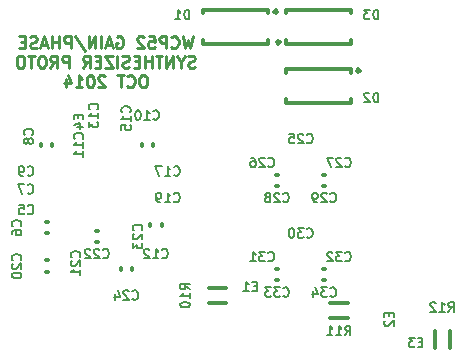
<source format=gbo>
%FSLAX46Y46*%
G04 Gerber Fmt 4.6, Leading zero omitted, Abs format (unit mm)*
G04 Created by KiCad (PCBNEW (2014-10-26 BZR 5226)-product) date Tue 28 Oct 2014 11:12:03 AM EDT*
%MOMM*%
G01*
G04 APERTURE LIST*
%ADD10C,0.100000*%
%ADD11C,0.250000*%
%ADD12C,0.350000*%
%ADD13C,0.150000*%
G04 APERTURE END LIST*
D10*
D11*
X161357143Y-70802381D02*
X161119048Y-71802381D01*
X160928571Y-71088095D01*
X160738095Y-71802381D01*
X160500000Y-70802381D01*
X159547619Y-71707143D02*
X159595238Y-71754762D01*
X159738095Y-71802381D01*
X159833333Y-71802381D01*
X159976191Y-71754762D01*
X160071429Y-71659524D01*
X160119048Y-71564286D01*
X160166667Y-71373810D01*
X160166667Y-71230952D01*
X160119048Y-71040476D01*
X160071429Y-70945238D01*
X159976191Y-70850000D01*
X159833333Y-70802381D01*
X159738095Y-70802381D01*
X159595238Y-70850000D01*
X159547619Y-70897619D01*
X159119048Y-71802381D02*
X159119048Y-70802381D01*
X158738095Y-70802381D01*
X158642857Y-70850000D01*
X158595238Y-70897619D01*
X158547619Y-70992857D01*
X158547619Y-71135714D01*
X158595238Y-71230952D01*
X158642857Y-71278571D01*
X158738095Y-71326190D01*
X159119048Y-71326190D01*
X157642857Y-70802381D02*
X158119048Y-70802381D01*
X158166667Y-71278571D01*
X158119048Y-71230952D01*
X158023810Y-71183333D01*
X157785714Y-71183333D01*
X157690476Y-71230952D01*
X157642857Y-71278571D01*
X157595238Y-71373810D01*
X157595238Y-71611905D01*
X157642857Y-71707143D01*
X157690476Y-71754762D01*
X157785714Y-71802381D01*
X158023810Y-71802381D01*
X158119048Y-71754762D01*
X158166667Y-71707143D01*
X157214286Y-70897619D02*
X157166667Y-70850000D01*
X157071429Y-70802381D01*
X156833333Y-70802381D01*
X156738095Y-70850000D01*
X156690476Y-70897619D01*
X156642857Y-70992857D01*
X156642857Y-71088095D01*
X156690476Y-71230952D01*
X157261905Y-71802381D01*
X156642857Y-71802381D01*
X154928571Y-70850000D02*
X155023809Y-70802381D01*
X155166666Y-70802381D01*
X155309524Y-70850000D01*
X155404762Y-70945238D01*
X155452381Y-71040476D01*
X155500000Y-71230952D01*
X155500000Y-71373810D01*
X155452381Y-71564286D01*
X155404762Y-71659524D01*
X155309524Y-71754762D01*
X155166666Y-71802381D01*
X155071428Y-71802381D01*
X154928571Y-71754762D01*
X154880952Y-71707143D01*
X154880952Y-71373810D01*
X155071428Y-71373810D01*
X154500000Y-71516667D02*
X154023809Y-71516667D01*
X154595238Y-71802381D02*
X154261905Y-70802381D01*
X153928571Y-71802381D01*
X153595238Y-71802381D02*
X153595238Y-70802381D01*
X153119048Y-71802381D02*
X153119048Y-70802381D01*
X152547619Y-71802381D01*
X152547619Y-70802381D01*
X151357143Y-70754762D02*
X152214286Y-72040476D01*
X151023810Y-71802381D02*
X151023810Y-70802381D01*
X150642857Y-70802381D01*
X150547619Y-70850000D01*
X150500000Y-70897619D01*
X150452381Y-70992857D01*
X150452381Y-71135714D01*
X150500000Y-71230952D01*
X150547619Y-71278571D01*
X150642857Y-71326190D01*
X151023810Y-71326190D01*
X150023810Y-71802381D02*
X150023810Y-70802381D01*
X150023810Y-71278571D02*
X149452381Y-71278571D01*
X149452381Y-71802381D02*
X149452381Y-70802381D01*
X149023810Y-71516667D02*
X148547619Y-71516667D01*
X149119048Y-71802381D02*
X148785715Y-70802381D01*
X148452381Y-71802381D01*
X148166667Y-71754762D02*
X148023810Y-71802381D01*
X147785714Y-71802381D01*
X147690476Y-71754762D01*
X147642857Y-71707143D01*
X147595238Y-71611905D01*
X147595238Y-71516667D01*
X147642857Y-71421429D01*
X147690476Y-71373810D01*
X147785714Y-71326190D01*
X147976191Y-71278571D01*
X148071429Y-71230952D01*
X148119048Y-71183333D01*
X148166667Y-71088095D01*
X148166667Y-70992857D01*
X148119048Y-70897619D01*
X148071429Y-70850000D01*
X147976191Y-70802381D01*
X147738095Y-70802381D01*
X147595238Y-70850000D01*
X147166667Y-71278571D02*
X146833333Y-71278571D01*
X146690476Y-71802381D02*
X147166667Y-71802381D01*
X147166667Y-70802381D01*
X146690476Y-70802381D01*
X161547619Y-73404762D02*
X161404762Y-73452381D01*
X161166666Y-73452381D01*
X161071428Y-73404762D01*
X161023809Y-73357143D01*
X160976190Y-73261905D01*
X160976190Y-73166667D01*
X161023809Y-73071429D01*
X161071428Y-73023810D01*
X161166666Y-72976190D01*
X161357143Y-72928571D01*
X161452381Y-72880952D01*
X161500000Y-72833333D01*
X161547619Y-72738095D01*
X161547619Y-72642857D01*
X161500000Y-72547619D01*
X161452381Y-72500000D01*
X161357143Y-72452381D01*
X161119047Y-72452381D01*
X160976190Y-72500000D01*
X160357143Y-72976190D02*
X160357143Y-73452381D01*
X160690476Y-72452381D02*
X160357143Y-72976190D01*
X160023809Y-72452381D01*
X159690476Y-73452381D02*
X159690476Y-72452381D01*
X159119047Y-73452381D01*
X159119047Y-72452381D01*
X158785714Y-72452381D02*
X158214285Y-72452381D01*
X158500000Y-73452381D02*
X158500000Y-72452381D01*
X157880952Y-73452381D02*
X157880952Y-72452381D01*
X157880952Y-72928571D02*
X157309523Y-72928571D01*
X157309523Y-73452381D02*
X157309523Y-72452381D01*
X156833333Y-72928571D02*
X156499999Y-72928571D01*
X156357142Y-73452381D02*
X156833333Y-73452381D01*
X156833333Y-72452381D01*
X156357142Y-72452381D01*
X155976190Y-73404762D02*
X155833333Y-73452381D01*
X155595237Y-73452381D01*
X155499999Y-73404762D01*
X155452380Y-73357143D01*
X155404761Y-73261905D01*
X155404761Y-73166667D01*
X155452380Y-73071429D01*
X155499999Y-73023810D01*
X155595237Y-72976190D01*
X155785714Y-72928571D01*
X155880952Y-72880952D01*
X155928571Y-72833333D01*
X155976190Y-72738095D01*
X155976190Y-72642857D01*
X155928571Y-72547619D01*
X155880952Y-72500000D01*
X155785714Y-72452381D01*
X155547618Y-72452381D01*
X155404761Y-72500000D01*
X154976190Y-73452381D02*
X154976190Y-72452381D01*
X154595238Y-72452381D02*
X153928571Y-72452381D01*
X154595238Y-73452381D01*
X153928571Y-73452381D01*
X153547619Y-72928571D02*
X153214285Y-72928571D01*
X153071428Y-73452381D02*
X153547619Y-73452381D01*
X153547619Y-72452381D01*
X153071428Y-72452381D01*
X152071428Y-73452381D02*
X152404762Y-72976190D01*
X152642857Y-73452381D02*
X152642857Y-72452381D01*
X152261904Y-72452381D01*
X152166666Y-72500000D01*
X152119047Y-72547619D01*
X152071428Y-72642857D01*
X152071428Y-72785714D01*
X152119047Y-72880952D01*
X152166666Y-72928571D01*
X152261904Y-72976190D01*
X152642857Y-72976190D01*
X150880952Y-73452381D02*
X150880952Y-72452381D01*
X150499999Y-72452381D01*
X150404761Y-72500000D01*
X150357142Y-72547619D01*
X150309523Y-72642857D01*
X150309523Y-72785714D01*
X150357142Y-72880952D01*
X150404761Y-72928571D01*
X150499999Y-72976190D01*
X150880952Y-72976190D01*
X149309523Y-73452381D02*
X149642857Y-72976190D01*
X149880952Y-73452381D02*
X149880952Y-72452381D01*
X149499999Y-72452381D01*
X149404761Y-72500000D01*
X149357142Y-72547619D01*
X149309523Y-72642857D01*
X149309523Y-72785714D01*
X149357142Y-72880952D01*
X149404761Y-72928571D01*
X149499999Y-72976190D01*
X149880952Y-72976190D01*
X148690476Y-72452381D02*
X148499999Y-72452381D01*
X148404761Y-72500000D01*
X148309523Y-72595238D01*
X148261904Y-72785714D01*
X148261904Y-73119048D01*
X148309523Y-73309524D01*
X148404761Y-73404762D01*
X148499999Y-73452381D01*
X148690476Y-73452381D01*
X148785714Y-73404762D01*
X148880952Y-73309524D01*
X148928571Y-73119048D01*
X148928571Y-72785714D01*
X148880952Y-72595238D01*
X148785714Y-72500000D01*
X148690476Y-72452381D01*
X147976190Y-72452381D02*
X147404761Y-72452381D01*
X147690476Y-73452381D02*
X147690476Y-72452381D01*
X146880952Y-72452381D02*
X146690475Y-72452381D01*
X146595237Y-72500000D01*
X146499999Y-72595238D01*
X146452380Y-72785714D01*
X146452380Y-73119048D01*
X146499999Y-73309524D01*
X146595237Y-73404762D01*
X146690475Y-73452381D01*
X146880952Y-73452381D01*
X146976190Y-73404762D01*
X147071428Y-73309524D01*
X147119047Y-73119048D01*
X147119047Y-72785714D01*
X147071428Y-72595238D01*
X146976190Y-72500000D01*
X146880952Y-72452381D01*
X157261905Y-74102381D02*
X157071428Y-74102381D01*
X156976190Y-74150000D01*
X156880952Y-74245238D01*
X156833333Y-74435714D01*
X156833333Y-74769048D01*
X156880952Y-74959524D01*
X156976190Y-75054762D01*
X157071428Y-75102381D01*
X157261905Y-75102381D01*
X157357143Y-75054762D01*
X157452381Y-74959524D01*
X157500000Y-74769048D01*
X157500000Y-74435714D01*
X157452381Y-74245238D01*
X157357143Y-74150000D01*
X157261905Y-74102381D01*
X155833333Y-75007143D02*
X155880952Y-75054762D01*
X156023809Y-75102381D01*
X156119047Y-75102381D01*
X156261905Y-75054762D01*
X156357143Y-74959524D01*
X156404762Y-74864286D01*
X156452381Y-74673810D01*
X156452381Y-74530952D01*
X156404762Y-74340476D01*
X156357143Y-74245238D01*
X156261905Y-74150000D01*
X156119047Y-74102381D01*
X156023809Y-74102381D01*
X155880952Y-74150000D01*
X155833333Y-74197619D01*
X155547619Y-74102381D02*
X154976190Y-74102381D01*
X155261905Y-75102381D02*
X155261905Y-74102381D01*
X153928571Y-74197619D02*
X153880952Y-74150000D01*
X153785714Y-74102381D01*
X153547618Y-74102381D01*
X153452380Y-74150000D01*
X153404761Y-74197619D01*
X153357142Y-74292857D01*
X153357142Y-74388095D01*
X153404761Y-74530952D01*
X153976190Y-75102381D01*
X153357142Y-75102381D01*
X152738095Y-74102381D02*
X152642856Y-74102381D01*
X152547618Y-74150000D01*
X152499999Y-74197619D01*
X152452380Y-74292857D01*
X152404761Y-74483333D01*
X152404761Y-74721429D01*
X152452380Y-74911905D01*
X152499999Y-75007143D01*
X152547618Y-75054762D01*
X152642856Y-75102381D01*
X152738095Y-75102381D01*
X152833333Y-75054762D01*
X152880952Y-75007143D01*
X152928571Y-74911905D01*
X152976190Y-74721429D01*
X152976190Y-74483333D01*
X152928571Y-74292857D01*
X152880952Y-74197619D01*
X152833333Y-74150000D01*
X152738095Y-74102381D01*
X151452380Y-75102381D02*
X152023809Y-75102381D01*
X151738095Y-75102381D02*
X151738095Y-74102381D01*
X151833333Y-74245238D01*
X151928571Y-74340476D01*
X152023809Y-74388095D01*
X150595237Y-74435714D02*
X150595237Y-75102381D01*
X150833333Y-74054762D02*
X151071428Y-74769048D01*
X150452380Y-74769048D01*
D12*
X164221000Y-93396000D02*
X162779000Y-93396000D01*
X162779000Y-93396000D02*
X164221000Y-93396000D01*
X164221000Y-92104000D02*
X162779000Y-92104000D01*
X162779000Y-92104000D02*
X164221000Y-92104000D01*
X169238000Y-71131000D02*
X169238000Y-71427000D01*
X169238000Y-71427000D02*
X174762000Y-71427000D01*
X174762000Y-71427000D02*
X174762000Y-71131000D01*
X169238000Y-68869000D02*
X169238000Y-68573000D01*
X169238000Y-68573000D02*
X174762000Y-68573000D01*
X174762000Y-68573000D02*
X174762000Y-68869000D01*
X168476000Y-71296100D02*
X168603000Y-71423100D01*
X168603000Y-71423100D02*
X168730000Y-71296100D01*
X168730000Y-71296100D02*
X168603000Y-71169100D01*
X168603000Y-71169100D02*
X168476000Y-71296100D01*
X148929000Y-86529000D02*
X149071000Y-86529000D01*
X149071000Y-86529000D02*
X148929000Y-86529000D01*
X148929000Y-87471000D02*
X149071000Y-87471000D01*
X149071000Y-87471000D02*
X148929000Y-87471000D01*
X148529000Y-80071000D02*
X148529000Y-79929000D01*
X148529000Y-79929000D02*
X148529000Y-80071000D01*
X149471000Y-80071000D02*
X149471000Y-79929000D01*
X149471000Y-79929000D02*
X149471000Y-80071000D01*
X156221000Y-90429000D02*
X156221000Y-90571000D01*
X156221000Y-90571000D02*
X156221000Y-90429000D01*
X155279000Y-90429000D02*
X155279000Y-90571000D01*
X155279000Y-90571000D02*
X155279000Y-90429000D01*
X157971000Y-79929000D02*
X157971000Y-80071000D01*
X157971000Y-80071000D02*
X157971000Y-79929000D01*
X157029000Y-79929000D02*
X157029000Y-80071000D01*
X157029000Y-80071000D02*
X157029000Y-79929000D01*
X153179000Y-87279000D02*
X153321000Y-87279000D01*
X153321000Y-87279000D02*
X153179000Y-87279000D01*
X153179000Y-88221000D02*
X153321000Y-88221000D01*
X153321000Y-88221000D02*
X153179000Y-88221000D01*
X158721000Y-86679000D02*
X158721000Y-86821000D01*
X158721000Y-86821000D02*
X158721000Y-86679000D01*
X157779000Y-86679000D02*
X157779000Y-86821000D01*
X157779000Y-86821000D02*
X157779000Y-86679000D01*
X148929000Y-89779000D02*
X149071000Y-89779000D01*
X149071000Y-89779000D02*
X148929000Y-89779000D01*
X148929000Y-90721000D02*
X149071000Y-90721000D01*
X149071000Y-90721000D02*
X148929000Y-90721000D01*
X168429000Y-82529000D02*
X168571000Y-82529000D01*
X168571000Y-82529000D02*
X168429000Y-82529000D01*
X168429000Y-83471000D02*
X168571000Y-83471000D01*
X168571000Y-83471000D02*
X168429000Y-83471000D01*
X168429000Y-90529000D02*
X168571000Y-90529000D01*
X168571000Y-90529000D02*
X168429000Y-90529000D01*
X168429000Y-91471000D02*
X168571000Y-91471000D01*
X168571000Y-91471000D02*
X168429000Y-91471000D01*
X172429000Y-82529000D02*
X172571000Y-82529000D01*
X172571000Y-82529000D02*
X172429000Y-82529000D01*
X172429000Y-83471000D02*
X172571000Y-83471000D01*
X172571000Y-83471000D02*
X172429000Y-83471000D01*
X172429000Y-90529000D02*
X172571000Y-90529000D01*
X172571000Y-90529000D02*
X172429000Y-90529000D01*
X172429000Y-91471000D02*
X172571000Y-91471000D01*
X172571000Y-91471000D02*
X172429000Y-91471000D01*
X167762000Y-68869000D02*
X167762000Y-68573000D01*
X167762000Y-68573000D02*
X162238000Y-68573000D01*
X162238000Y-68573000D02*
X162238000Y-68869000D01*
X167762000Y-71131000D02*
X167762000Y-71427000D01*
X167762000Y-71427000D02*
X162238000Y-71427000D01*
X162238000Y-71427000D02*
X162238000Y-71131000D01*
X168524000Y-68703900D02*
X168397000Y-68576900D01*
X168397000Y-68576900D02*
X168270000Y-68703900D01*
X168270000Y-68703900D02*
X168397000Y-68830900D01*
X168397000Y-68830900D02*
X168524000Y-68703900D01*
X174762000Y-73869000D02*
X174762000Y-73573000D01*
X174762000Y-73573000D02*
X169238000Y-73573000D01*
X169238000Y-73573000D02*
X169238000Y-73869000D01*
X174762000Y-76131000D02*
X174762000Y-76427000D01*
X174762000Y-76427000D02*
X169238000Y-76427000D01*
X169238000Y-76427000D02*
X169238000Y-76131000D01*
X175524000Y-73703900D02*
X175397000Y-73576900D01*
X175397000Y-73576900D02*
X175270000Y-73703900D01*
X175270000Y-73703900D02*
X175397000Y-73830900D01*
X175397000Y-73830900D02*
X175524000Y-73703900D01*
X174471000Y-94646000D02*
X173029000Y-94646000D01*
X173029000Y-94646000D02*
X174471000Y-94646000D01*
X174471000Y-93354000D02*
X173029000Y-93354000D01*
X173029000Y-93354000D02*
X174471000Y-93354000D01*
X181854000Y-97221000D02*
X181854000Y-95779000D01*
X181854000Y-95779000D02*
X181854000Y-97221000D01*
X183146000Y-97221000D02*
X183146000Y-95779000D01*
X183146000Y-95779000D02*
X183146000Y-97221000D01*
D13*
X161111905Y-92235714D02*
X160730952Y-91969047D01*
X161111905Y-91778571D02*
X160311905Y-91778571D01*
X160311905Y-92083333D01*
X160350000Y-92159524D01*
X160388095Y-92197619D01*
X160464286Y-92235714D01*
X160578571Y-92235714D01*
X160654762Y-92197619D01*
X160692857Y-92159524D01*
X160730952Y-92083333D01*
X160730952Y-91778571D01*
X161111905Y-92997619D02*
X161111905Y-92540476D01*
X161111905Y-92769047D02*
X160311905Y-92769047D01*
X160426190Y-92692857D01*
X160502381Y-92616666D01*
X160540476Y-92540476D01*
X160311905Y-93492857D02*
X160311905Y-93569048D01*
X160350000Y-93645238D01*
X160388095Y-93683333D01*
X160464286Y-93721429D01*
X160616667Y-93759524D01*
X160807143Y-93759524D01*
X160959524Y-93721429D01*
X161035714Y-93683333D01*
X161073810Y-93645238D01*
X161111905Y-93569048D01*
X161111905Y-93492857D01*
X161073810Y-93416667D01*
X161035714Y-93378571D01*
X160959524Y-93340476D01*
X160807143Y-93302381D01*
X160616667Y-93302381D01*
X160464286Y-93340476D01*
X160388095Y-93378571D01*
X160350000Y-93416667D01*
X160311905Y-93492857D01*
X177090476Y-69361905D02*
X177090476Y-68561905D01*
X176900000Y-68561905D01*
X176785714Y-68600000D01*
X176709523Y-68676190D01*
X176671428Y-68752381D01*
X176633333Y-68904762D01*
X176633333Y-69019048D01*
X176671428Y-69171429D01*
X176709523Y-69247619D01*
X176785714Y-69323810D01*
X176900000Y-69361905D01*
X177090476Y-69361905D01*
X176366666Y-68561905D02*
X175871428Y-68561905D01*
X176138095Y-68866667D01*
X176023809Y-68866667D01*
X175947619Y-68904762D01*
X175909523Y-68942857D01*
X175871428Y-69019048D01*
X175871428Y-69209524D01*
X175909523Y-69285714D01*
X175947619Y-69323810D01*
X176023809Y-69361905D01*
X176252381Y-69361905D01*
X176328571Y-69323810D01*
X176366666Y-69285714D01*
X147383333Y-85785714D02*
X147421428Y-85823810D01*
X147535714Y-85861905D01*
X147611904Y-85861905D01*
X147726190Y-85823810D01*
X147802381Y-85747619D01*
X147840476Y-85671429D01*
X147878571Y-85519048D01*
X147878571Y-85404762D01*
X147840476Y-85252381D01*
X147802381Y-85176190D01*
X147726190Y-85100000D01*
X147611904Y-85061905D01*
X147535714Y-85061905D01*
X147421428Y-85100000D01*
X147383333Y-85138095D01*
X146659523Y-85061905D02*
X147040476Y-85061905D01*
X147078571Y-85442857D01*
X147040476Y-85404762D01*
X146964285Y-85366667D01*
X146773809Y-85366667D01*
X146697619Y-85404762D01*
X146659523Y-85442857D01*
X146621428Y-85519048D01*
X146621428Y-85709524D01*
X146659523Y-85785714D01*
X146697619Y-85823810D01*
X146773809Y-85861905D01*
X146964285Y-85861905D01*
X147040476Y-85823810D01*
X147078571Y-85785714D01*
X147383333Y-84035714D02*
X147421428Y-84073810D01*
X147535714Y-84111905D01*
X147611904Y-84111905D01*
X147726190Y-84073810D01*
X147802381Y-83997619D01*
X147840476Y-83921429D01*
X147878571Y-83769048D01*
X147878571Y-83654762D01*
X147840476Y-83502381D01*
X147802381Y-83426190D01*
X147726190Y-83350000D01*
X147611904Y-83311905D01*
X147535714Y-83311905D01*
X147421428Y-83350000D01*
X147383333Y-83388095D01*
X147116666Y-83311905D02*
X146583333Y-83311905D01*
X146926190Y-84111905D01*
X147383333Y-82535714D02*
X147421428Y-82573810D01*
X147535714Y-82611905D01*
X147611904Y-82611905D01*
X147726190Y-82573810D01*
X147802381Y-82497619D01*
X147840476Y-82421429D01*
X147878571Y-82269048D01*
X147878571Y-82154762D01*
X147840476Y-82002381D01*
X147802381Y-81926190D01*
X147726190Y-81850000D01*
X147611904Y-81811905D01*
X147535714Y-81811905D01*
X147421428Y-81850000D01*
X147383333Y-81888095D01*
X147002381Y-82611905D02*
X146850000Y-82611905D01*
X146773809Y-82573810D01*
X146735714Y-82535714D01*
X146659523Y-82421429D01*
X146621428Y-82269048D01*
X146621428Y-81964286D01*
X146659523Y-81888095D01*
X146697619Y-81850000D01*
X146773809Y-81811905D01*
X146926190Y-81811905D01*
X147002381Y-81850000D01*
X147040476Y-81888095D01*
X147078571Y-81964286D01*
X147078571Y-82154762D01*
X147040476Y-82230952D01*
X147002381Y-82269048D01*
X146926190Y-82307143D01*
X146773809Y-82307143D01*
X146697619Y-82269048D01*
X146659523Y-82230952D01*
X146621428Y-82154762D01*
X152035714Y-79485714D02*
X152073810Y-79447619D01*
X152111905Y-79333333D01*
X152111905Y-79257143D01*
X152073810Y-79142857D01*
X151997619Y-79066666D01*
X151921429Y-79028571D01*
X151769048Y-78990476D01*
X151654762Y-78990476D01*
X151502381Y-79028571D01*
X151426190Y-79066666D01*
X151350000Y-79142857D01*
X151311905Y-79257143D01*
X151311905Y-79333333D01*
X151350000Y-79447619D01*
X151388095Y-79485714D01*
X152111905Y-80247619D02*
X152111905Y-79790476D01*
X152111905Y-80019047D02*
X151311905Y-80019047D01*
X151426190Y-79942857D01*
X151502381Y-79866666D01*
X151540476Y-79790476D01*
X152111905Y-81009524D02*
X152111905Y-80552381D01*
X152111905Y-80780952D02*
X151311905Y-80780952D01*
X151426190Y-80704762D01*
X151502381Y-80628571D01*
X151540476Y-80552381D01*
X153285714Y-76985714D02*
X153323810Y-76947619D01*
X153361905Y-76833333D01*
X153361905Y-76757143D01*
X153323810Y-76642857D01*
X153247619Y-76566666D01*
X153171429Y-76528571D01*
X153019048Y-76490476D01*
X152904762Y-76490476D01*
X152752381Y-76528571D01*
X152676190Y-76566666D01*
X152600000Y-76642857D01*
X152561905Y-76757143D01*
X152561905Y-76833333D01*
X152600000Y-76947619D01*
X152638095Y-76985714D01*
X153361905Y-77747619D02*
X153361905Y-77290476D01*
X153361905Y-77519047D02*
X152561905Y-77519047D01*
X152676190Y-77442857D01*
X152752381Y-77366666D01*
X152790476Y-77290476D01*
X152561905Y-78014286D02*
X152561905Y-78509524D01*
X152866667Y-78242857D01*
X152866667Y-78357143D01*
X152904762Y-78433333D01*
X152942857Y-78471429D01*
X153019048Y-78509524D01*
X153209524Y-78509524D01*
X153285714Y-78471429D01*
X153323810Y-78433333D01*
X153361905Y-78357143D01*
X153361905Y-78128571D01*
X153323810Y-78052381D01*
X153285714Y-78014286D01*
X156035714Y-77235714D02*
X156073810Y-77197619D01*
X156111905Y-77083333D01*
X156111905Y-77007143D01*
X156073810Y-76892857D01*
X155997619Y-76816666D01*
X155921429Y-76778571D01*
X155769048Y-76740476D01*
X155654762Y-76740476D01*
X155502381Y-76778571D01*
X155426190Y-76816666D01*
X155350000Y-76892857D01*
X155311905Y-77007143D01*
X155311905Y-77083333D01*
X155350000Y-77197619D01*
X155388095Y-77235714D01*
X156111905Y-77997619D02*
X156111905Y-77540476D01*
X156111905Y-77769047D02*
X155311905Y-77769047D01*
X155426190Y-77692857D01*
X155502381Y-77616666D01*
X155540476Y-77540476D01*
X155311905Y-78721429D02*
X155311905Y-78340476D01*
X155692857Y-78302381D01*
X155654762Y-78340476D01*
X155616667Y-78416667D01*
X155616667Y-78607143D01*
X155654762Y-78683333D01*
X155692857Y-78721429D01*
X155769048Y-78759524D01*
X155959524Y-78759524D01*
X156035714Y-78721429D01*
X156073810Y-78683333D01*
X156111905Y-78607143D01*
X156111905Y-78416667D01*
X156073810Y-78340476D01*
X156035714Y-78302381D01*
X159764286Y-82535714D02*
X159802381Y-82573810D01*
X159916667Y-82611905D01*
X159992857Y-82611905D01*
X160107143Y-82573810D01*
X160183334Y-82497619D01*
X160221429Y-82421429D01*
X160259524Y-82269048D01*
X160259524Y-82154762D01*
X160221429Y-82002381D01*
X160183334Y-81926190D01*
X160107143Y-81850000D01*
X159992857Y-81811905D01*
X159916667Y-81811905D01*
X159802381Y-81850000D01*
X159764286Y-81888095D01*
X159002381Y-82611905D02*
X159459524Y-82611905D01*
X159230953Y-82611905D02*
X159230953Y-81811905D01*
X159307143Y-81926190D01*
X159383334Y-82002381D01*
X159459524Y-82040476D01*
X158735714Y-81811905D02*
X158202381Y-81811905D01*
X158545238Y-82611905D01*
X151785714Y-89485714D02*
X151823810Y-89447619D01*
X151861905Y-89333333D01*
X151861905Y-89257143D01*
X151823810Y-89142857D01*
X151747619Y-89066666D01*
X151671429Y-89028571D01*
X151519048Y-88990476D01*
X151404762Y-88990476D01*
X151252381Y-89028571D01*
X151176190Y-89066666D01*
X151100000Y-89142857D01*
X151061905Y-89257143D01*
X151061905Y-89333333D01*
X151100000Y-89447619D01*
X151138095Y-89485714D01*
X151138095Y-89790476D02*
X151100000Y-89828571D01*
X151061905Y-89904762D01*
X151061905Y-90095238D01*
X151100000Y-90171428D01*
X151138095Y-90209524D01*
X151214286Y-90247619D01*
X151290476Y-90247619D01*
X151404762Y-90209524D01*
X151861905Y-89752381D01*
X151861905Y-90247619D01*
X151861905Y-91009524D02*
X151861905Y-90552381D01*
X151861905Y-90780952D02*
X151061905Y-90780952D01*
X151176190Y-90704762D01*
X151252381Y-90628571D01*
X151290476Y-90552381D01*
X159764286Y-84785714D02*
X159802381Y-84823810D01*
X159916667Y-84861905D01*
X159992857Y-84861905D01*
X160107143Y-84823810D01*
X160183334Y-84747619D01*
X160221429Y-84671429D01*
X160259524Y-84519048D01*
X160259524Y-84404762D01*
X160221429Y-84252381D01*
X160183334Y-84176190D01*
X160107143Y-84100000D01*
X159992857Y-84061905D01*
X159916667Y-84061905D01*
X159802381Y-84100000D01*
X159764286Y-84138095D01*
X159002381Y-84861905D02*
X159459524Y-84861905D01*
X159230953Y-84861905D02*
X159230953Y-84061905D01*
X159307143Y-84176190D01*
X159383334Y-84252381D01*
X159459524Y-84290476D01*
X158621429Y-84861905D02*
X158469048Y-84861905D01*
X158392857Y-84823810D01*
X158354762Y-84785714D01*
X158278571Y-84671429D01*
X158240476Y-84519048D01*
X158240476Y-84214286D01*
X158278571Y-84138095D01*
X158316667Y-84100000D01*
X158392857Y-84061905D01*
X158545238Y-84061905D01*
X158621429Y-84100000D01*
X158659524Y-84138095D01*
X158697619Y-84214286D01*
X158697619Y-84404762D01*
X158659524Y-84480952D01*
X158621429Y-84519048D01*
X158545238Y-84557143D01*
X158392857Y-84557143D01*
X158316667Y-84519048D01*
X158278571Y-84480952D01*
X158240476Y-84404762D01*
X157035714Y-87235714D02*
X157073810Y-87197619D01*
X157111905Y-87083333D01*
X157111905Y-87007143D01*
X157073810Y-86892857D01*
X156997619Y-86816666D01*
X156921429Y-86778571D01*
X156769048Y-86740476D01*
X156654762Y-86740476D01*
X156502381Y-86778571D01*
X156426190Y-86816666D01*
X156350000Y-86892857D01*
X156311905Y-87007143D01*
X156311905Y-87083333D01*
X156350000Y-87197619D01*
X156388095Y-87235714D01*
X156388095Y-87540476D02*
X156350000Y-87578571D01*
X156311905Y-87654762D01*
X156311905Y-87845238D01*
X156350000Y-87921428D01*
X156388095Y-87959524D01*
X156464286Y-87997619D01*
X156540476Y-87997619D01*
X156654762Y-87959524D01*
X157111905Y-87502381D01*
X157111905Y-87997619D01*
X156311905Y-88264286D02*
X156311905Y-88759524D01*
X156616667Y-88492857D01*
X156616667Y-88607143D01*
X156654762Y-88683333D01*
X156692857Y-88721429D01*
X156769048Y-88759524D01*
X156959524Y-88759524D01*
X157035714Y-88721429D01*
X157073810Y-88683333D01*
X157111905Y-88607143D01*
X157111905Y-88378571D01*
X157073810Y-88302381D01*
X157035714Y-88264286D01*
X146785714Y-86866667D02*
X146823810Y-86828572D01*
X146861905Y-86714286D01*
X146861905Y-86638096D01*
X146823810Y-86523810D01*
X146747619Y-86447619D01*
X146671429Y-86409524D01*
X146519048Y-86371429D01*
X146404762Y-86371429D01*
X146252381Y-86409524D01*
X146176190Y-86447619D01*
X146100000Y-86523810D01*
X146061905Y-86638096D01*
X146061905Y-86714286D01*
X146100000Y-86828572D01*
X146138095Y-86866667D01*
X146061905Y-87552381D02*
X146061905Y-87400000D01*
X146100000Y-87323810D01*
X146138095Y-87285715D01*
X146252381Y-87209524D01*
X146404762Y-87171429D01*
X146709524Y-87171429D01*
X146785714Y-87209524D01*
X146823810Y-87247619D01*
X146861905Y-87323810D01*
X146861905Y-87476191D01*
X146823810Y-87552381D01*
X146785714Y-87590477D01*
X146709524Y-87628572D01*
X146519048Y-87628572D01*
X146442857Y-87590477D01*
X146404762Y-87552381D01*
X146366667Y-87476191D01*
X146366667Y-87323810D01*
X146404762Y-87247619D01*
X146442857Y-87209524D01*
X146519048Y-87171429D01*
X147785714Y-79116667D02*
X147823810Y-79078572D01*
X147861905Y-78964286D01*
X147861905Y-78888096D01*
X147823810Y-78773810D01*
X147747619Y-78697619D01*
X147671429Y-78659524D01*
X147519048Y-78621429D01*
X147404762Y-78621429D01*
X147252381Y-78659524D01*
X147176190Y-78697619D01*
X147100000Y-78773810D01*
X147061905Y-78888096D01*
X147061905Y-78964286D01*
X147100000Y-79078572D01*
X147138095Y-79116667D01*
X147404762Y-79573810D02*
X147366667Y-79497619D01*
X147328571Y-79459524D01*
X147252381Y-79421429D01*
X147214286Y-79421429D01*
X147138095Y-79459524D01*
X147100000Y-79497619D01*
X147061905Y-79573810D01*
X147061905Y-79726191D01*
X147100000Y-79802381D01*
X147138095Y-79840477D01*
X147214286Y-79878572D01*
X147252381Y-79878572D01*
X147328571Y-79840477D01*
X147366667Y-79802381D01*
X147404762Y-79726191D01*
X147404762Y-79573810D01*
X147442857Y-79497619D01*
X147480952Y-79459524D01*
X147557143Y-79421429D01*
X147709524Y-79421429D01*
X147785714Y-79459524D01*
X147823810Y-79497619D01*
X147861905Y-79573810D01*
X147861905Y-79726191D01*
X147823810Y-79802381D01*
X147785714Y-79840477D01*
X147709524Y-79878572D01*
X147557143Y-79878572D01*
X147480952Y-79840477D01*
X147442857Y-79802381D01*
X147404762Y-79726191D01*
X156264286Y-93035714D02*
X156302381Y-93073810D01*
X156416667Y-93111905D01*
X156492857Y-93111905D01*
X156607143Y-93073810D01*
X156683334Y-92997619D01*
X156721429Y-92921429D01*
X156759524Y-92769048D01*
X156759524Y-92654762D01*
X156721429Y-92502381D01*
X156683334Y-92426190D01*
X156607143Y-92350000D01*
X156492857Y-92311905D01*
X156416667Y-92311905D01*
X156302381Y-92350000D01*
X156264286Y-92388095D01*
X155959524Y-92388095D02*
X155921429Y-92350000D01*
X155845238Y-92311905D01*
X155654762Y-92311905D01*
X155578572Y-92350000D01*
X155540476Y-92388095D01*
X155502381Y-92464286D01*
X155502381Y-92540476D01*
X155540476Y-92654762D01*
X155997619Y-93111905D01*
X155502381Y-93111905D01*
X154816667Y-92578571D02*
X154816667Y-93111905D01*
X155007143Y-92273810D02*
X155197619Y-92845238D01*
X154702381Y-92845238D01*
X158014286Y-77785714D02*
X158052381Y-77823810D01*
X158166667Y-77861905D01*
X158242857Y-77861905D01*
X158357143Y-77823810D01*
X158433334Y-77747619D01*
X158471429Y-77671429D01*
X158509524Y-77519048D01*
X158509524Y-77404762D01*
X158471429Y-77252381D01*
X158433334Y-77176190D01*
X158357143Y-77100000D01*
X158242857Y-77061905D01*
X158166667Y-77061905D01*
X158052381Y-77100000D01*
X158014286Y-77138095D01*
X157252381Y-77861905D02*
X157709524Y-77861905D01*
X157480953Y-77861905D02*
X157480953Y-77061905D01*
X157557143Y-77176190D01*
X157633334Y-77252381D01*
X157709524Y-77290476D01*
X156757143Y-77061905D02*
X156680952Y-77061905D01*
X156604762Y-77100000D01*
X156566667Y-77138095D01*
X156528571Y-77214286D01*
X156490476Y-77366667D01*
X156490476Y-77557143D01*
X156528571Y-77709524D01*
X156566667Y-77785714D01*
X156604762Y-77823810D01*
X156680952Y-77861905D01*
X156757143Y-77861905D01*
X156833333Y-77823810D01*
X156871429Y-77785714D01*
X156909524Y-77709524D01*
X156947619Y-77557143D01*
X156947619Y-77366667D01*
X156909524Y-77214286D01*
X156871429Y-77138095D01*
X156833333Y-77100000D01*
X156757143Y-77061905D01*
X153764286Y-89535714D02*
X153802381Y-89573810D01*
X153916667Y-89611905D01*
X153992857Y-89611905D01*
X154107143Y-89573810D01*
X154183334Y-89497619D01*
X154221429Y-89421429D01*
X154259524Y-89269048D01*
X154259524Y-89154762D01*
X154221429Y-89002381D01*
X154183334Y-88926190D01*
X154107143Y-88850000D01*
X153992857Y-88811905D01*
X153916667Y-88811905D01*
X153802381Y-88850000D01*
X153764286Y-88888095D01*
X153459524Y-88888095D02*
X153421429Y-88850000D01*
X153345238Y-88811905D01*
X153154762Y-88811905D01*
X153078572Y-88850000D01*
X153040476Y-88888095D01*
X153002381Y-88964286D01*
X153002381Y-89040476D01*
X153040476Y-89154762D01*
X153497619Y-89611905D01*
X153002381Y-89611905D01*
X152697619Y-88888095D02*
X152659524Y-88850000D01*
X152583333Y-88811905D01*
X152392857Y-88811905D01*
X152316667Y-88850000D01*
X152278571Y-88888095D01*
X152240476Y-88964286D01*
X152240476Y-89040476D01*
X152278571Y-89154762D01*
X152735714Y-89611905D01*
X152240476Y-89611905D01*
X158764286Y-89535714D02*
X158802381Y-89573810D01*
X158916667Y-89611905D01*
X158992857Y-89611905D01*
X159107143Y-89573810D01*
X159183334Y-89497619D01*
X159221429Y-89421429D01*
X159259524Y-89269048D01*
X159259524Y-89154762D01*
X159221429Y-89002381D01*
X159183334Y-88926190D01*
X159107143Y-88850000D01*
X158992857Y-88811905D01*
X158916667Y-88811905D01*
X158802381Y-88850000D01*
X158764286Y-88888095D01*
X158002381Y-89611905D02*
X158459524Y-89611905D01*
X158230953Y-89611905D02*
X158230953Y-88811905D01*
X158307143Y-88926190D01*
X158383334Y-89002381D01*
X158459524Y-89040476D01*
X157697619Y-88888095D02*
X157659524Y-88850000D01*
X157583333Y-88811905D01*
X157392857Y-88811905D01*
X157316667Y-88850000D01*
X157278571Y-88888095D01*
X157240476Y-88964286D01*
X157240476Y-89040476D01*
X157278571Y-89154762D01*
X157735714Y-89611905D01*
X157240476Y-89611905D01*
X146785714Y-89735714D02*
X146823810Y-89697619D01*
X146861905Y-89583333D01*
X146861905Y-89507143D01*
X146823810Y-89392857D01*
X146747619Y-89316666D01*
X146671429Y-89278571D01*
X146519048Y-89240476D01*
X146404762Y-89240476D01*
X146252381Y-89278571D01*
X146176190Y-89316666D01*
X146100000Y-89392857D01*
X146061905Y-89507143D01*
X146061905Y-89583333D01*
X146100000Y-89697619D01*
X146138095Y-89735714D01*
X146138095Y-90040476D02*
X146100000Y-90078571D01*
X146061905Y-90154762D01*
X146061905Y-90345238D01*
X146100000Y-90421428D01*
X146138095Y-90459524D01*
X146214286Y-90497619D01*
X146290476Y-90497619D01*
X146404762Y-90459524D01*
X146861905Y-90002381D01*
X146861905Y-90497619D01*
X146061905Y-90992857D02*
X146061905Y-91069048D01*
X146100000Y-91145238D01*
X146138095Y-91183333D01*
X146214286Y-91221429D01*
X146366667Y-91259524D01*
X146557143Y-91259524D01*
X146709524Y-91221429D01*
X146785714Y-91183333D01*
X146823810Y-91145238D01*
X146861905Y-91069048D01*
X146861905Y-90992857D01*
X146823810Y-90916667D01*
X146785714Y-90878571D01*
X146709524Y-90840476D01*
X146557143Y-90802381D01*
X146366667Y-90802381D01*
X146214286Y-90840476D01*
X146138095Y-90878571D01*
X146100000Y-90916667D01*
X146061905Y-90992857D01*
X171014286Y-79785714D02*
X171052381Y-79823810D01*
X171166667Y-79861905D01*
X171242857Y-79861905D01*
X171357143Y-79823810D01*
X171433334Y-79747619D01*
X171471429Y-79671429D01*
X171509524Y-79519048D01*
X171509524Y-79404762D01*
X171471429Y-79252381D01*
X171433334Y-79176190D01*
X171357143Y-79100000D01*
X171242857Y-79061905D01*
X171166667Y-79061905D01*
X171052381Y-79100000D01*
X171014286Y-79138095D01*
X170709524Y-79138095D02*
X170671429Y-79100000D01*
X170595238Y-79061905D01*
X170404762Y-79061905D01*
X170328572Y-79100000D01*
X170290476Y-79138095D01*
X170252381Y-79214286D01*
X170252381Y-79290476D01*
X170290476Y-79404762D01*
X170747619Y-79861905D01*
X170252381Y-79861905D01*
X169528571Y-79061905D02*
X169909524Y-79061905D01*
X169947619Y-79442857D01*
X169909524Y-79404762D01*
X169833333Y-79366667D01*
X169642857Y-79366667D01*
X169566667Y-79404762D01*
X169528571Y-79442857D01*
X169490476Y-79519048D01*
X169490476Y-79709524D01*
X169528571Y-79785714D01*
X169566667Y-79823810D01*
X169642857Y-79861905D01*
X169833333Y-79861905D01*
X169909524Y-79823810D01*
X169947619Y-79785714D01*
X167764286Y-81785714D02*
X167802381Y-81823810D01*
X167916667Y-81861905D01*
X167992857Y-81861905D01*
X168107143Y-81823810D01*
X168183334Y-81747619D01*
X168221429Y-81671429D01*
X168259524Y-81519048D01*
X168259524Y-81404762D01*
X168221429Y-81252381D01*
X168183334Y-81176190D01*
X168107143Y-81100000D01*
X167992857Y-81061905D01*
X167916667Y-81061905D01*
X167802381Y-81100000D01*
X167764286Y-81138095D01*
X167459524Y-81138095D02*
X167421429Y-81100000D01*
X167345238Y-81061905D01*
X167154762Y-81061905D01*
X167078572Y-81100000D01*
X167040476Y-81138095D01*
X167002381Y-81214286D01*
X167002381Y-81290476D01*
X167040476Y-81404762D01*
X167497619Y-81861905D01*
X167002381Y-81861905D01*
X166316667Y-81061905D02*
X166469048Y-81061905D01*
X166545238Y-81100000D01*
X166583333Y-81138095D01*
X166659524Y-81252381D01*
X166697619Y-81404762D01*
X166697619Y-81709524D01*
X166659524Y-81785714D01*
X166621429Y-81823810D01*
X166545238Y-81861905D01*
X166392857Y-81861905D01*
X166316667Y-81823810D01*
X166278571Y-81785714D01*
X166240476Y-81709524D01*
X166240476Y-81519048D01*
X166278571Y-81442857D01*
X166316667Y-81404762D01*
X166392857Y-81366667D01*
X166545238Y-81366667D01*
X166621429Y-81404762D01*
X166659524Y-81442857D01*
X166697619Y-81519048D01*
X174264286Y-81785714D02*
X174302381Y-81823810D01*
X174416667Y-81861905D01*
X174492857Y-81861905D01*
X174607143Y-81823810D01*
X174683334Y-81747619D01*
X174721429Y-81671429D01*
X174759524Y-81519048D01*
X174759524Y-81404762D01*
X174721429Y-81252381D01*
X174683334Y-81176190D01*
X174607143Y-81100000D01*
X174492857Y-81061905D01*
X174416667Y-81061905D01*
X174302381Y-81100000D01*
X174264286Y-81138095D01*
X173959524Y-81138095D02*
X173921429Y-81100000D01*
X173845238Y-81061905D01*
X173654762Y-81061905D01*
X173578572Y-81100000D01*
X173540476Y-81138095D01*
X173502381Y-81214286D01*
X173502381Y-81290476D01*
X173540476Y-81404762D01*
X173997619Y-81861905D01*
X173502381Y-81861905D01*
X173235714Y-81061905D02*
X172702381Y-81061905D01*
X173045238Y-81861905D01*
X169014286Y-84785714D02*
X169052381Y-84823810D01*
X169166667Y-84861905D01*
X169242857Y-84861905D01*
X169357143Y-84823810D01*
X169433334Y-84747619D01*
X169471429Y-84671429D01*
X169509524Y-84519048D01*
X169509524Y-84404762D01*
X169471429Y-84252381D01*
X169433334Y-84176190D01*
X169357143Y-84100000D01*
X169242857Y-84061905D01*
X169166667Y-84061905D01*
X169052381Y-84100000D01*
X169014286Y-84138095D01*
X168709524Y-84138095D02*
X168671429Y-84100000D01*
X168595238Y-84061905D01*
X168404762Y-84061905D01*
X168328572Y-84100000D01*
X168290476Y-84138095D01*
X168252381Y-84214286D01*
X168252381Y-84290476D01*
X168290476Y-84404762D01*
X168747619Y-84861905D01*
X168252381Y-84861905D01*
X167795238Y-84404762D02*
X167871429Y-84366667D01*
X167909524Y-84328571D01*
X167947619Y-84252381D01*
X167947619Y-84214286D01*
X167909524Y-84138095D01*
X167871429Y-84100000D01*
X167795238Y-84061905D01*
X167642857Y-84061905D01*
X167566667Y-84100000D01*
X167528571Y-84138095D01*
X167490476Y-84214286D01*
X167490476Y-84252381D01*
X167528571Y-84328571D01*
X167566667Y-84366667D01*
X167642857Y-84404762D01*
X167795238Y-84404762D01*
X167871429Y-84442857D01*
X167909524Y-84480952D01*
X167947619Y-84557143D01*
X167947619Y-84709524D01*
X167909524Y-84785714D01*
X167871429Y-84823810D01*
X167795238Y-84861905D01*
X167642857Y-84861905D01*
X167566667Y-84823810D01*
X167528571Y-84785714D01*
X167490476Y-84709524D01*
X167490476Y-84557143D01*
X167528571Y-84480952D01*
X167566667Y-84442857D01*
X167642857Y-84404762D01*
X171014286Y-87785714D02*
X171052381Y-87823810D01*
X171166667Y-87861905D01*
X171242857Y-87861905D01*
X171357143Y-87823810D01*
X171433334Y-87747619D01*
X171471429Y-87671429D01*
X171509524Y-87519048D01*
X171509524Y-87404762D01*
X171471429Y-87252381D01*
X171433334Y-87176190D01*
X171357143Y-87100000D01*
X171242857Y-87061905D01*
X171166667Y-87061905D01*
X171052381Y-87100000D01*
X171014286Y-87138095D01*
X170747619Y-87061905D02*
X170252381Y-87061905D01*
X170519048Y-87366667D01*
X170404762Y-87366667D01*
X170328572Y-87404762D01*
X170290476Y-87442857D01*
X170252381Y-87519048D01*
X170252381Y-87709524D01*
X170290476Y-87785714D01*
X170328572Y-87823810D01*
X170404762Y-87861905D01*
X170633334Y-87861905D01*
X170709524Y-87823810D01*
X170747619Y-87785714D01*
X169757143Y-87061905D02*
X169680952Y-87061905D01*
X169604762Y-87100000D01*
X169566667Y-87138095D01*
X169528571Y-87214286D01*
X169490476Y-87366667D01*
X169490476Y-87557143D01*
X169528571Y-87709524D01*
X169566667Y-87785714D01*
X169604762Y-87823810D01*
X169680952Y-87861905D01*
X169757143Y-87861905D01*
X169833333Y-87823810D01*
X169871429Y-87785714D01*
X169909524Y-87709524D01*
X169947619Y-87557143D01*
X169947619Y-87366667D01*
X169909524Y-87214286D01*
X169871429Y-87138095D01*
X169833333Y-87100000D01*
X169757143Y-87061905D01*
X167764286Y-89785714D02*
X167802381Y-89823810D01*
X167916667Y-89861905D01*
X167992857Y-89861905D01*
X168107143Y-89823810D01*
X168183334Y-89747619D01*
X168221429Y-89671429D01*
X168259524Y-89519048D01*
X168259524Y-89404762D01*
X168221429Y-89252381D01*
X168183334Y-89176190D01*
X168107143Y-89100000D01*
X167992857Y-89061905D01*
X167916667Y-89061905D01*
X167802381Y-89100000D01*
X167764286Y-89138095D01*
X167497619Y-89061905D02*
X167002381Y-89061905D01*
X167269048Y-89366667D01*
X167154762Y-89366667D01*
X167078572Y-89404762D01*
X167040476Y-89442857D01*
X167002381Y-89519048D01*
X167002381Y-89709524D01*
X167040476Y-89785714D01*
X167078572Y-89823810D01*
X167154762Y-89861905D01*
X167383334Y-89861905D01*
X167459524Y-89823810D01*
X167497619Y-89785714D01*
X166240476Y-89861905D02*
X166697619Y-89861905D01*
X166469048Y-89861905D02*
X166469048Y-89061905D01*
X166545238Y-89176190D01*
X166621429Y-89252381D01*
X166697619Y-89290476D01*
X174264286Y-89785714D02*
X174302381Y-89823810D01*
X174416667Y-89861905D01*
X174492857Y-89861905D01*
X174607143Y-89823810D01*
X174683334Y-89747619D01*
X174721429Y-89671429D01*
X174759524Y-89519048D01*
X174759524Y-89404762D01*
X174721429Y-89252381D01*
X174683334Y-89176190D01*
X174607143Y-89100000D01*
X174492857Y-89061905D01*
X174416667Y-89061905D01*
X174302381Y-89100000D01*
X174264286Y-89138095D01*
X173997619Y-89061905D02*
X173502381Y-89061905D01*
X173769048Y-89366667D01*
X173654762Y-89366667D01*
X173578572Y-89404762D01*
X173540476Y-89442857D01*
X173502381Y-89519048D01*
X173502381Y-89709524D01*
X173540476Y-89785714D01*
X173578572Y-89823810D01*
X173654762Y-89861905D01*
X173883334Y-89861905D01*
X173959524Y-89823810D01*
X173997619Y-89785714D01*
X173197619Y-89138095D02*
X173159524Y-89100000D01*
X173083333Y-89061905D01*
X172892857Y-89061905D01*
X172816667Y-89100000D01*
X172778571Y-89138095D01*
X172740476Y-89214286D01*
X172740476Y-89290476D01*
X172778571Y-89404762D01*
X173235714Y-89861905D01*
X172740476Y-89861905D01*
X169014286Y-92785714D02*
X169052381Y-92823810D01*
X169166667Y-92861905D01*
X169242857Y-92861905D01*
X169357143Y-92823810D01*
X169433334Y-92747619D01*
X169471429Y-92671429D01*
X169509524Y-92519048D01*
X169509524Y-92404762D01*
X169471429Y-92252381D01*
X169433334Y-92176190D01*
X169357143Y-92100000D01*
X169242857Y-92061905D01*
X169166667Y-92061905D01*
X169052381Y-92100000D01*
X169014286Y-92138095D01*
X168747619Y-92061905D02*
X168252381Y-92061905D01*
X168519048Y-92366667D01*
X168404762Y-92366667D01*
X168328572Y-92404762D01*
X168290476Y-92442857D01*
X168252381Y-92519048D01*
X168252381Y-92709524D01*
X168290476Y-92785714D01*
X168328572Y-92823810D01*
X168404762Y-92861905D01*
X168633334Y-92861905D01*
X168709524Y-92823810D01*
X168747619Y-92785714D01*
X167985714Y-92061905D02*
X167490476Y-92061905D01*
X167757143Y-92366667D01*
X167642857Y-92366667D01*
X167566667Y-92404762D01*
X167528571Y-92442857D01*
X167490476Y-92519048D01*
X167490476Y-92709524D01*
X167528571Y-92785714D01*
X167566667Y-92823810D01*
X167642857Y-92861905D01*
X167871429Y-92861905D01*
X167947619Y-92823810D01*
X167985714Y-92785714D01*
X151692857Y-77447619D02*
X151692857Y-77714286D01*
X152111905Y-77828572D02*
X152111905Y-77447619D01*
X151311905Y-77447619D01*
X151311905Y-77828572D01*
X151578571Y-78514286D02*
X152111905Y-78514286D01*
X151273810Y-78323810D02*
X151845238Y-78133334D01*
X151845238Y-78628572D01*
X177962857Y-94197619D02*
X177962857Y-94464286D01*
X178381905Y-94578572D02*
X178381905Y-94197619D01*
X177581905Y-94197619D01*
X177581905Y-94578572D01*
X177658095Y-94883334D02*
X177620000Y-94921429D01*
X177581905Y-94997620D01*
X177581905Y-95188096D01*
X177620000Y-95264286D01*
X177658095Y-95302382D01*
X177734286Y-95340477D01*
X177810476Y-95340477D01*
X177924762Y-95302382D01*
X178381905Y-94845239D01*
X178381905Y-95340477D01*
X180802381Y-96692857D02*
X180535714Y-96692857D01*
X180421428Y-97111905D02*
X180802381Y-97111905D01*
X180802381Y-96311905D01*
X180421428Y-96311905D01*
X180154761Y-96311905D02*
X179659523Y-96311905D01*
X179926190Y-96616667D01*
X179811904Y-96616667D01*
X179735714Y-96654762D01*
X179697618Y-96692857D01*
X179659523Y-96769048D01*
X179659523Y-96959524D01*
X179697618Y-97035714D01*
X179735714Y-97073810D01*
X179811904Y-97111905D01*
X180040476Y-97111905D01*
X180116666Y-97073810D01*
X180154761Y-97035714D01*
X166802381Y-91942857D02*
X166535714Y-91942857D01*
X166421428Y-92361905D02*
X166802381Y-92361905D01*
X166802381Y-91561905D01*
X166421428Y-91561905D01*
X165659523Y-92361905D02*
X166116666Y-92361905D01*
X165888095Y-92361905D02*
X165888095Y-91561905D01*
X165964285Y-91676190D01*
X166040476Y-91752381D01*
X166116666Y-91790476D01*
X173014286Y-84785714D02*
X173052381Y-84823810D01*
X173166667Y-84861905D01*
X173242857Y-84861905D01*
X173357143Y-84823810D01*
X173433334Y-84747619D01*
X173471429Y-84671429D01*
X173509524Y-84519048D01*
X173509524Y-84404762D01*
X173471429Y-84252381D01*
X173433334Y-84176190D01*
X173357143Y-84100000D01*
X173242857Y-84061905D01*
X173166667Y-84061905D01*
X173052381Y-84100000D01*
X173014286Y-84138095D01*
X172709524Y-84138095D02*
X172671429Y-84100000D01*
X172595238Y-84061905D01*
X172404762Y-84061905D01*
X172328572Y-84100000D01*
X172290476Y-84138095D01*
X172252381Y-84214286D01*
X172252381Y-84290476D01*
X172290476Y-84404762D01*
X172747619Y-84861905D01*
X172252381Y-84861905D01*
X171871429Y-84861905D02*
X171719048Y-84861905D01*
X171642857Y-84823810D01*
X171604762Y-84785714D01*
X171528571Y-84671429D01*
X171490476Y-84519048D01*
X171490476Y-84214286D01*
X171528571Y-84138095D01*
X171566667Y-84100000D01*
X171642857Y-84061905D01*
X171795238Y-84061905D01*
X171871429Y-84100000D01*
X171909524Y-84138095D01*
X171947619Y-84214286D01*
X171947619Y-84404762D01*
X171909524Y-84480952D01*
X171871429Y-84519048D01*
X171795238Y-84557143D01*
X171642857Y-84557143D01*
X171566667Y-84519048D01*
X171528571Y-84480952D01*
X171490476Y-84404762D01*
X173014286Y-92785714D02*
X173052381Y-92823810D01*
X173166667Y-92861905D01*
X173242857Y-92861905D01*
X173357143Y-92823810D01*
X173433334Y-92747619D01*
X173471429Y-92671429D01*
X173509524Y-92519048D01*
X173509524Y-92404762D01*
X173471429Y-92252381D01*
X173433334Y-92176190D01*
X173357143Y-92100000D01*
X173242857Y-92061905D01*
X173166667Y-92061905D01*
X173052381Y-92100000D01*
X173014286Y-92138095D01*
X172747619Y-92061905D02*
X172252381Y-92061905D01*
X172519048Y-92366667D01*
X172404762Y-92366667D01*
X172328572Y-92404762D01*
X172290476Y-92442857D01*
X172252381Y-92519048D01*
X172252381Y-92709524D01*
X172290476Y-92785714D01*
X172328572Y-92823810D01*
X172404762Y-92861905D01*
X172633334Y-92861905D01*
X172709524Y-92823810D01*
X172747619Y-92785714D01*
X171566667Y-92328571D02*
X171566667Y-92861905D01*
X171757143Y-92023810D02*
X171947619Y-92595238D01*
X171452381Y-92595238D01*
X161090476Y-69361905D02*
X161090476Y-68561905D01*
X160900000Y-68561905D01*
X160785714Y-68600000D01*
X160709523Y-68676190D01*
X160671428Y-68752381D01*
X160633333Y-68904762D01*
X160633333Y-69019048D01*
X160671428Y-69171429D01*
X160709523Y-69247619D01*
X160785714Y-69323810D01*
X160900000Y-69361905D01*
X161090476Y-69361905D01*
X159871428Y-69361905D02*
X160328571Y-69361905D01*
X160100000Y-69361905D02*
X160100000Y-68561905D01*
X160176190Y-68676190D01*
X160252381Y-68752381D01*
X160328571Y-68790476D01*
X177090476Y-76361905D02*
X177090476Y-75561905D01*
X176900000Y-75561905D01*
X176785714Y-75600000D01*
X176709523Y-75676190D01*
X176671428Y-75752381D01*
X176633333Y-75904762D01*
X176633333Y-76019048D01*
X176671428Y-76171429D01*
X176709523Y-76247619D01*
X176785714Y-76323810D01*
X176900000Y-76361905D01*
X177090476Y-76361905D01*
X176328571Y-75638095D02*
X176290476Y-75600000D01*
X176214285Y-75561905D01*
X176023809Y-75561905D01*
X175947619Y-75600000D01*
X175909523Y-75638095D01*
X175871428Y-75714286D01*
X175871428Y-75790476D01*
X175909523Y-75904762D01*
X176366666Y-76361905D01*
X175871428Y-76361905D01*
X174264286Y-96111905D02*
X174530953Y-95730952D01*
X174721429Y-96111905D02*
X174721429Y-95311905D01*
X174416667Y-95311905D01*
X174340476Y-95350000D01*
X174302381Y-95388095D01*
X174264286Y-95464286D01*
X174264286Y-95578571D01*
X174302381Y-95654762D01*
X174340476Y-95692857D01*
X174416667Y-95730952D01*
X174721429Y-95730952D01*
X173502381Y-96111905D02*
X173959524Y-96111905D01*
X173730953Y-96111905D02*
X173730953Y-95311905D01*
X173807143Y-95426190D01*
X173883334Y-95502381D01*
X173959524Y-95540476D01*
X172740476Y-96111905D02*
X173197619Y-96111905D01*
X172969048Y-96111905D02*
X172969048Y-95311905D01*
X173045238Y-95426190D01*
X173121429Y-95502381D01*
X173197619Y-95540476D01*
X183014286Y-94111905D02*
X183280953Y-93730952D01*
X183471429Y-94111905D02*
X183471429Y-93311905D01*
X183166667Y-93311905D01*
X183090476Y-93350000D01*
X183052381Y-93388095D01*
X183014286Y-93464286D01*
X183014286Y-93578571D01*
X183052381Y-93654762D01*
X183090476Y-93692857D01*
X183166667Y-93730952D01*
X183471429Y-93730952D01*
X182252381Y-94111905D02*
X182709524Y-94111905D01*
X182480953Y-94111905D02*
X182480953Y-93311905D01*
X182557143Y-93426190D01*
X182633334Y-93502381D01*
X182709524Y-93540476D01*
X181947619Y-93388095D02*
X181909524Y-93350000D01*
X181833333Y-93311905D01*
X181642857Y-93311905D01*
X181566667Y-93350000D01*
X181528571Y-93388095D01*
X181490476Y-93464286D01*
X181490476Y-93540476D01*
X181528571Y-93654762D01*
X181985714Y-94111905D01*
X181490476Y-94111905D01*
M02*

</source>
